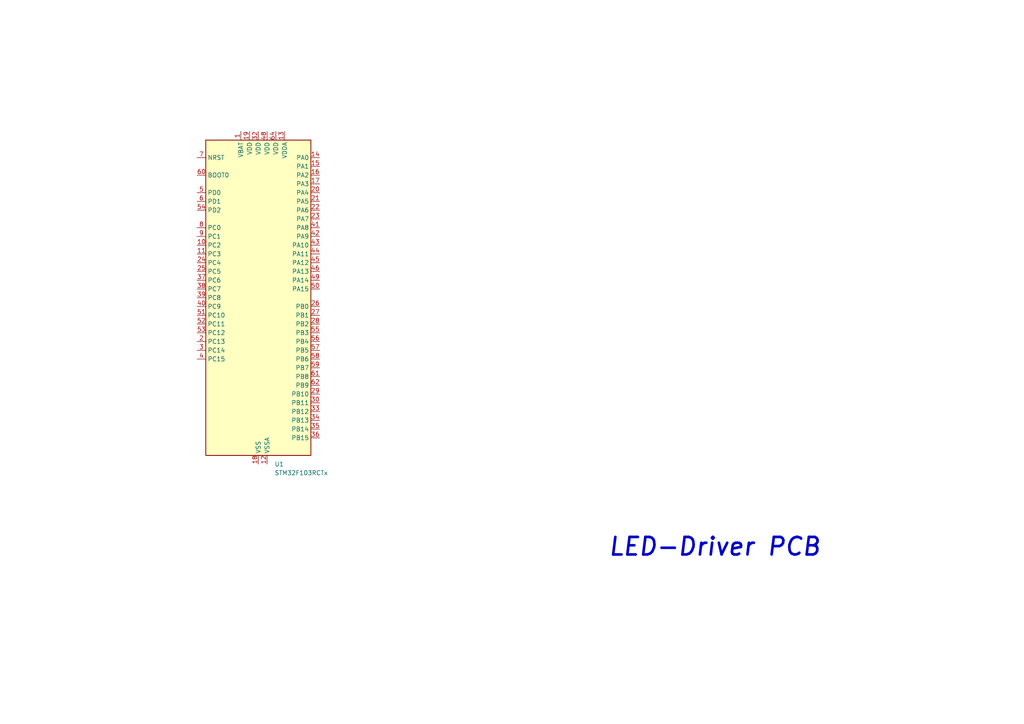
<source format=kicad_sch>
(kicad_sch (version 20250114) (generator "eeschema") (generator_version "9.0")
  (paper "A4")
  (title_block (title "LED-Driver PCB") (date "2025-05-08") (company "Tim Short's Garage"))
  (lib_symbols
    (symbol "MCU_ST_STM32F1:STM32F103RCTx"
      (property "Reference" "U" (at -15.24 46.99 0))
      (property "Value" "STM32F103RCTx" (at 10.16 46.99 0))
      (symbol "STM32F103RCTx_0_1"
        (rectangle (start -15.24 -45.72) (end 15.24 45.72) (stroke (width 0.254)) (fill (type background)))
      )
      (symbol "STM32F103RCTx_1_1"
        (pin input line (at -17.78 40.64 0) (length 2.54) (name "NRST") (number "7"))
        (pin input line (at -17.78 35.56 0) (length 2.54) (name "BOOT0") (number "60"))
        (pin bidirectional line (at -17.78 30.48 0) (length 2.54) (name "PD0") (number "5"))
        (pin bidirectional line (at -17.78 27.94 0) (length 2.54) (name "PD1") (number "6"))
        (pin bidirectional line (at -17.78 25.4 0) (length 2.54) (name "PD2") (number "54"))
        (pin bidirectional line (at -17.78 20.32 0) (length 2.54) (name "PC0") (number "8"))
        (pin bidirectional line (at -17.78 17.78 0) (length 2.54) (name "PC1") (number "9"))
        (pin bidirectional line (at -17.78 15.24 0) (length 2.54) (name "PC2") (number "10"))
        (pin bidirectional line (at -17.78 12.7 0) (length 2.54) (name "PC3") (number "11"))
        (pin bidirectional line (at -17.78 10.16 0) (length 2.54) (name "PC4") (number "24"))
        (pin bidirectional line (at -17.78 7.62 0) (length 2.54) (name "PC5") (number "25"))
        (pin bidirectional line (at -17.78 5.08 0) (length 2.54) (name "PC6") (number "37"))
        (pin bidirectional line (at -17.78 2.54 0) (length 2.54) (name "PC7") (number "38"))
        (pin bidirectional line (at -17.78 0 0) (length 2.54) (name "PC8") (number "39"))
        (pin bidirectional line (at -17.78 -2.54 0) (length 2.54) (name "PC9") (number "40"))
        (pin bidirectional line (at -17.78 -5.08 0) (length 2.54) (name "PC10") (number "51"))
        (pin bidirectional line (at -17.78 -7.62 0) (length 2.54) (name "PC11") (number "52"))
        (pin bidirectional line (at -17.78 -10.16 0) (length 2.54) (name "PC12") (number "53"))
        (pin bidirectional line (at -17.78 -12.7 0) (length 2.54) (name "PC13") (number "2"))
        (pin bidirectional line (at -17.78 -15.24 0) (length 2.54) (name "PC14") (number "3"))
        (pin bidirectional line (at -17.78 -17.78 0) (length 2.54) (name "PC15") (number "4"))
        (pin power_in line (at -5.08 48.26 270) (length 2.54) (name "VBAT") (number "1"))
        (pin power_in line (at -2.54 48.26 270) (length 2.54) (name "VDD") (number "19"))
        (pin power_in line (at 0 48.26 270) (length 2.54) (name "VDD") (number "32"))
        (pin power_in line (at 0 -48.26 90) (length 2.54) (name "VSS") (number "18"))
        (pin passive line (at 0 -48.26 90) (length 2.54) (hide yes) (name "VSS") (number "31"))
        (pin passive line (at 0 -48.26 90) (length 2.54) (hide yes) (name "VSS") (number "47"))
        (pin passive line (at 0 -48.26 90) (length 2.54) (hide yes) (name "VSS") (number "63"))
        (pin power_in line (at 2.54 48.26 270) (length 2.54) (name "VDD") (number "48"))
        (pin power_in line (at 2.54 -48.26 90) (length 2.54) (name "VSSA") (number "12"))
        (pin power_in line (at 5.08 48.26 270) (length 2.54) (name "VDD") (number "64"))
        (pin power_in line (at 7.62 48.26 270) (length 2.54) (name "VDDA") (number "13"))
        (pin bidirectional line (at 17.78 40.64 180) (length 2.54) (name "PA0") (number "14"))
        (pin bidirectional line (at 17.78 38.1 180) (length 2.54) (name "PA1") (number "15"))
        (pin bidirectional line (at 17.78 35.56 180) (length 2.54) (name "PA2") (number "16"))
        (pin bidirectional line (at 17.78 33.02 180) (length 2.54) (name "PA3") (number "17"))
        (pin bidirectional line (at 17.78 30.48 180) (length 2.54) (name "PA4") (number "20"))
        (pin bidirectional line (at 17.78 27.94 180) (length 2.54) (name "PA5") (number "21"))
        (pin bidirectional line (at 17.78 25.4 180) (length 2.54) (name "PA6") (number "22"))
        (pin bidirectional line (at 17.78 22.86 180) (length 2.54) (name "PA7") (number "23"))
        (pin bidirectional line (at 17.78 20.32 180) (length 2.54) (name "PA8") (number "41"))
        (pin bidirectional line (at 17.78 17.78 180) (length 2.54) (name "PA9") (number "42"))
        (pin bidirectional line (at 17.78 15.24 180) (length 2.54) (name "PA10") (number "43"))
        (pin bidirectional line (at 17.78 12.7 180) (length 2.54) (name "PA11") (number "44"))
        (pin bidirectional line (at 17.78 10.16 180) (length 2.54) (name "PA12") (number "45"))
        (pin bidirectional line (at 17.78 7.62 180) (length 2.54) (name "PA13") (number "46"))
        (pin bidirectional line (at 17.78 5.08 180) (length 2.54) (name "PA14") (number "49"))
        (pin bidirectional line (at 17.78 2.54 180) (length 2.54) (name "PA15") (number "50"))
        (pin bidirectional line (at 17.78 -2.54 180) (length 2.54) (name "PB0") (number "26"))
        (pin bidirectional line (at 17.78 -5.08 180) (length 2.54) (name "PB1") (number "27"))
        (pin bidirectional line (at 17.78 -7.62 180) (length 2.54) (name "PB2") (number "28"))
        (pin bidirectional line (at 17.78 -10.16 180) (length 2.54) (name "PB3") (number "55"))
        (pin bidirectional line (at 17.78 -12.7 180) (length 2.54) (name "PB4") (number "56"))
        (pin bidirectional line (at 17.78 -15.24 180) (length 2.54) (name "PB5") (number "57"))
        (pin bidirectional line (at 17.78 -17.78 180) (length 2.54) (name "PB6") (number "58"))
        (pin bidirectional line (at 17.78 -20.32 180) (length 2.54) (name "PB7") (number "59"))
        (pin bidirectional line (at 17.78 -22.86 180) (length 2.54) (name "PB8") (number "61"))
        (pin bidirectional line (at 17.78 -25.4 180) (length 2.54) (name "PB9") (number "62"))
        (pin bidirectional line (at 17.78 -27.94 180) (length 2.54) (name "PB10") (number "29"))
        (pin bidirectional line (at 17.78 -30.48 180) (length 2.54) (name "PB11") (number "30"))
        (pin bidirectional line (at 17.78 -33.02 180) (length 2.54) (name "PB12") (number "33"))
        (pin bidirectional line (at 17.78 -35.56 180) (length 2.54) (name "PB13") (number "34"))
        (pin bidirectional line (at 17.78 -38.1 180) (length 2.54) (name "PB14") (number "35"))
        (pin bidirectional line (at 17.78 -40.64 180) (length 2.54) (name "PB15") (number "36"))
      )
    )
  )
  (text "LED-Driver PCB" (at 207.264 158.75 0) (effects (font (size 5.08 5.08) (thickness 0.762) (bold yes) (italic yes))))
  (symbol (lib_id "MCU_ST_STM32F1:STM32F103RCTx") (at 74.93 86.36 0) (unit 1)
    (property "Reference" "U1" (at 79.6133 134.62 0) (effects (justify left)))
    (property "Value" "STM32F103RCTx" (at 79.6133 137.16 0) (effects (justify left)))
    (property "Footprint" "Package_QFP:LQFP-64_10x10mm_P0.5mm" (effects (hide yes)))
    (property "Datasheet" "https://www.st.com/resource/en/datasheet/stm32f103rc.pdf" (effects (hide yes)))
    (property "Description" "STMicroelectronics Arm Cortex-M3 MCU, 256KB flash, 48KB RAM, 72 MHz, 2.0-3.6V, 51 GPIO, LQFP64" (effects (hide yes)))
  )
)
</source>
